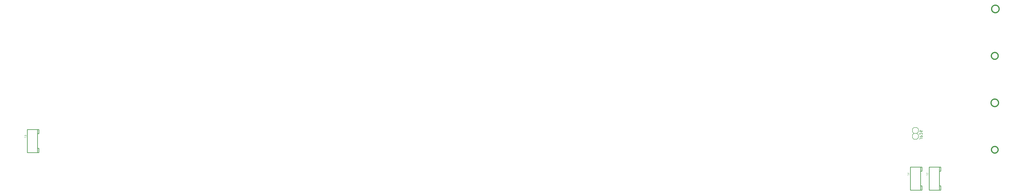
<source format=gbr>
G04 EAGLE Gerber RS-274X export*
G75*
%MOMM*%
%FSLAX34Y34*%
%LPD*%
%INSilkscreen Bottom*%
%IPPOS*%
%AMOC8*
5,1,8,0,0,1.08239X$1,22.5*%
G01*
%ADD10C,0.508000*%
%ADD11C,0.127000*%
%ADD12C,0.254000*%
%ADD13C,0.101600*%
%ADD14C,0.152400*%


D10*
X4217916Y797560D02*
X4217921Y797959D01*
X4217936Y798358D01*
X4217960Y798756D01*
X4217994Y799154D01*
X4218038Y799551D01*
X4218092Y799946D01*
X4218155Y800341D01*
X4218229Y800733D01*
X4218311Y801123D01*
X4218403Y801512D01*
X4218505Y801898D01*
X4218616Y802281D01*
X4218737Y802662D01*
X4218867Y803039D01*
X4219006Y803413D01*
X4219154Y803784D01*
X4219311Y804151D01*
X4219478Y804514D01*
X4219653Y804872D01*
X4219836Y805227D01*
X4220029Y805576D01*
X4220230Y805921D01*
X4220439Y806261D01*
X4220657Y806596D01*
X4220883Y806925D01*
X4221117Y807248D01*
X4221358Y807566D01*
X4221608Y807878D01*
X4221865Y808183D01*
X4222129Y808482D01*
X4222401Y808775D01*
X4222680Y809060D01*
X4222965Y809339D01*
X4223258Y809611D01*
X4223557Y809875D01*
X4223862Y810132D01*
X4224174Y810382D01*
X4224492Y810623D01*
X4224815Y810857D01*
X4225144Y811083D01*
X4225479Y811301D01*
X4225819Y811510D01*
X4226164Y811711D01*
X4226513Y811904D01*
X4226868Y812087D01*
X4227226Y812262D01*
X4227589Y812429D01*
X4227956Y812586D01*
X4228327Y812734D01*
X4228701Y812873D01*
X4229078Y813003D01*
X4229459Y813124D01*
X4229842Y813235D01*
X4230228Y813337D01*
X4230617Y813429D01*
X4231007Y813511D01*
X4231399Y813585D01*
X4231794Y813648D01*
X4232189Y813702D01*
X4232586Y813746D01*
X4232984Y813780D01*
X4233382Y813804D01*
X4233781Y813819D01*
X4234180Y813824D01*
X4234579Y813819D01*
X4234978Y813804D01*
X4235376Y813780D01*
X4235774Y813746D01*
X4236171Y813702D01*
X4236566Y813648D01*
X4236961Y813585D01*
X4237353Y813511D01*
X4237743Y813429D01*
X4238132Y813337D01*
X4238518Y813235D01*
X4238901Y813124D01*
X4239282Y813003D01*
X4239659Y812873D01*
X4240033Y812734D01*
X4240404Y812586D01*
X4240771Y812429D01*
X4241134Y812262D01*
X4241492Y812087D01*
X4241847Y811904D01*
X4242196Y811711D01*
X4242541Y811510D01*
X4242881Y811301D01*
X4243216Y811083D01*
X4243545Y810857D01*
X4243868Y810623D01*
X4244186Y810382D01*
X4244498Y810132D01*
X4244803Y809875D01*
X4245102Y809611D01*
X4245395Y809339D01*
X4245680Y809060D01*
X4245959Y808775D01*
X4246231Y808482D01*
X4246495Y808183D01*
X4246752Y807878D01*
X4247002Y807566D01*
X4247243Y807248D01*
X4247477Y806925D01*
X4247703Y806596D01*
X4247921Y806261D01*
X4248130Y805921D01*
X4248331Y805576D01*
X4248524Y805227D01*
X4248707Y804872D01*
X4248882Y804514D01*
X4249049Y804151D01*
X4249206Y803784D01*
X4249354Y803413D01*
X4249493Y803039D01*
X4249623Y802662D01*
X4249744Y802281D01*
X4249855Y801898D01*
X4249957Y801512D01*
X4250049Y801123D01*
X4250131Y800733D01*
X4250205Y800341D01*
X4250268Y799946D01*
X4250322Y799551D01*
X4250366Y799154D01*
X4250400Y798756D01*
X4250424Y798358D01*
X4250439Y797959D01*
X4250444Y797560D01*
X4250439Y797161D01*
X4250424Y796762D01*
X4250400Y796364D01*
X4250366Y795966D01*
X4250322Y795569D01*
X4250268Y795174D01*
X4250205Y794779D01*
X4250131Y794387D01*
X4250049Y793997D01*
X4249957Y793608D01*
X4249855Y793222D01*
X4249744Y792839D01*
X4249623Y792458D01*
X4249493Y792081D01*
X4249354Y791707D01*
X4249206Y791336D01*
X4249049Y790969D01*
X4248882Y790606D01*
X4248707Y790248D01*
X4248524Y789893D01*
X4248331Y789544D01*
X4248130Y789199D01*
X4247921Y788859D01*
X4247703Y788524D01*
X4247477Y788195D01*
X4247243Y787872D01*
X4247002Y787554D01*
X4246752Y787242D01*
X4246495Y786937D01*
X4246231Y786638D01*
X4245959Y786345D01*
X4245680Y786060D01*
X4245395Y785781D01*
X4245102Y785509D01*
X4244803Y785245D01*
X4244498Y784988D01*
X4244186Y784738D01*
X4243868Y784497D01*
X4243545Y784263D01*
X4243216Y784037D01*
X4242881Y783819D01*
X4242541Y783610D01*
X4242196Y783409D01*
X4241847Y783216D01*
X4241492Y783033D01*
X4241134Y782858D01*
X4240771Y782691D01*
X4240404Y782534D01*
X4240033Y782386D01*
X4239659Y782247D01*
X4239282Y782117D01*
X4238901Y781996D01*
X4238518Y781885D01*
X4238132Y781783D01*
X4237743Y781691D01*
X4237353Y781609D01*
X4236961Y781535D01*
X4236566Y781472D01*
X4236171Y781418D01*
X4235774Y781374D01*
X4235376Y781340D01*
X4234978Y781316D01*
X4234579Y781301D01*
X4234180Y781296D01*
X4233781Y781301D01*
X4233382Y781316D01*
X4232984Y781340D01*
X4232586Y781374D01*
X4232189Y781418D01*
X4231794Y781472D01*
X4231399Y781535D01*
X4231007Y781609D01*
X4230617Y781691D01*
X4230228Y781783D01*
X4229842Y781885D01*
X4229459Y781996D01*
X4229078Y782117D01*
X4228701Y782247D01*
X4228327Y782386D01*
X4227956Y782534D01*
X4227589Y782691D01*
X4227226Y782858D01*
X4226868Y783033D01*
X4226513Y783216D01*
X4226164Y783409D01*
X4225819Y783610D01*
X4225479Y783819D01*
X4225144Y784037D01*
X4224815Y784263D01*
X4224492Y784497D01*
X4224174Y784738D01*
X4223862Y784988D01*
X4223557Y785245D01*
X4223258Y785509D01*
X4222965Y785781D01*
X4222680Y786060D01*
X4222401Y786345D01*
X4222129Y786638D01*
X4221865Y786937D01*
X4221608Y787242D01*
X4221358Y787554D01*
X4221117Y787872D01*
X4220883Y788195D01*
X4220657Y788524D01*
X4220439Y788859D01*
X4220230Y789199D01*
X4220029Y789544D01*
X4219836Y789893D01*
X4219653Y790248D01*
X4219478Y790606D01*
X4219311Y790969D01*
X4219154Y791336D01*
X4219006Y791707D01*
X4218867Y792081D01*
X4218737Y792458D01*
X4218616Y792839D01*
X4218505Y793222D01*
X4218403Y793608D01*
X4218311Y793997D01*
X4218229Y794387D01*
X4218155Y794779D01*
X4218092Y795174D01*
X4218038Y795569D01*
X4217994Y795966D01*
X4217960Y796364D01*
X4217936Y796762D01*
X4217921Y797161D01*
X4217916Y797560D01*
X4216829Y594360D02*
X4216833Y594723D01*
X4216847Y595087D01*
X4216869Y595450D01*
X4216900Y595812D01*
X4216940Y596173D01*
X4216989Y596533D01*
X4217047Y596892D01*
X4217114Y597249D01*
X4217189Y597605D01*
X4217273Y597959D01*
X4217366Y598310D01*
X4217467Y598659D01*
X4217577Y599006D01*
X4217695Y599350D01*
X4217821Y599690D01*
X4217956Y600028D01*
X4218100Y600362D01*
X4218251Y600693D01*
X4218410Y601019D01*
X4218578Y601342D01*
X4218753Y601660D01*
X4218936Y601974D01*
X4219127Y602284D01*
X4219325Y602589D01*
X4219531Y602888D01*
X4219744Y603183D01*
X4219964Y603472D01*
X4220191Y603756D01*
X4220425Y604034D01*
X4220666Y604306D01*
X4220913Y604573D01*
X4221167Y604833D01*
X4221427Y605087D01*
X4221694Y605334D01*
X4221966Y605575D01*
X4222244Y605809D01*
X4222528Y606036D01*
X4222817Y606256D01*
X4223112Y606469D01*
X4223411Y606675D01*
X4223716Y606873D01*
X4224026Y607064D01*
X4224340Y607247D01*
X4224658Y607422D01*
X4224981Y607590D01*
X4225307Y607749D01*
X4225638Y607900D01*
X4225972Y608044D01*
X4226310Y608179D01*
X4226650Y608305D01*
X4226994Y608423D01*
X4227341Y608533D01*
X4227690Y608634D01*
X4228041Y608727D01*
X4228395Y608811D01*
X4228751Y608886D01*
X4229108Y608953D01*
X4229467Y609011D01*
X4229827Y609060D01*
X4230188Y609100D01*
X4230550Y609131D01*
X4230913Y609153D01*
X4231277Y609167D01*
X4231640Y609171D01*
X4232003Y609167D01*
X4232367Y609153D01*
X4232730Y609131D01*
X4233092Y609100D01*
X4233453Y609060D01*
X4233813Y609011D01*
X4234172Y608953D01*
X4234529Y608886D01*
X4234885Y608811D01*
X4235239Y608727D01*
X4235590Y608634D01*
X4235939Y608533D01*
X4236286Y608423D01*
X4236630Y608305D01*
X4236970Y608179D01*
X4237308Y608044D01*
X4237642Y607900D01*
X4237973Y607749D01*
X4238299Y607590D01*
X4238622Y607422D01*
X4238940Y607247D01*
X4239254Y607064D01*
X4239564Y606873D01*
X4239869Y606675D01*
X4240168Y606469D01*
X4240463Y606256D01*
X4240752Y606036D01*
X4241036Y605809D01*
X4241314Y605575D01*
X4241586Y605334D01*
X4241853Y605087D01*
X4242113Y604833D01*
X4242367Y604573D01*
X4242614Y604306D01*
X4242855Y604034D01*
X4243089Y603756D01*
X4243316Y603472D01*
X4243536Y603183D01*
X4243749Y602888D01*
X4243955Y602589D01*
X4244153Y602284D01*
X4244344Y601974D01*
X4244527Y601660D01*
X4244702Y601342D01*
X4244870Y601019D01*
X4245029Y600693D01*
X4245180Y600362D01*
X4245324Y600028D01*
X4245459Y599690D01*
X4245585Y599350D01*
X4245703Y599006D01*
X4245813Y598659D01*
X4245914Y598310D01*
X4246007Y597959D01*
X4246091Y597605D01*
X4246166Y597249D01*
X4246233Y596892D01*
X4246291Y596533D01*
X4246340Y596173D01*
X4246380Y595812D01*
X4246411Y595450D01*
X4246433Y595087D01*
X4246447Y594723D01*
X4246451Y594360D01*
X4246447Y593997D01*
X4246433Y593633D01*
X4246411Y593270D01*
X4246380Y592908D01*
X4246340Y592547D01*
X4246291Y592187D01*
X4246233Y591828D01*
X4246166Y591471D01*
X4246091Y591115D01*
X4246007Y590761D01*
X4245914Y590410D01*
X4245813Y590061D01*
X4245703Y589714D01*
X4245585Y589370D01*
X4245459Y589030D01*
X4245324Y588692D01*
X4245180Y588358D01*
X4245029Y588027D01*
X4244870Y587701D01*
X4244702Y587378D01*
X4244527Y587060D01*
X4244344Y586746D01*
X4244153Y586436D01*
X4243955Y586131D01*
X4243749Y585832D01*
X4243536Y585537D01*
X4243316Y585248D01*
X4243089Y584964D01*
X4242855Y584686D01*
X4242614Y584414D01*
X4242367Y584147D01*
X4242113Y583887D01*
X4241853Y583633D01*
X4241586Y583386D01*
X4241314Y583145D01*
X4241036Y582911D01*
X4240752Y582684D01*
X4240463Y582464D01*
X4240168Y582251D01*
X4239869Y582045D01*
X4239564Y581847D01*
X4239254Y581656D01*
X4238940Y581473D01*
X4238622Y581298D01*
X4238299Y581130D01*
X4237973Y580971D01*
X4237642Y580820D01*
X4237308Y580676D01*
X4236970Y580541D01*
X4236630Y580415D01*
X4236286Y580297D01*
X4235939Y580187D01*
X4235590Y580086D01*
X4235239Y579993D01*
X4234885Y579909D01*
X4234529Y579834D01*
X4234172Y579767D01*
X4233813Y579709D01*
X4233453Y579660D01*
X4233092Y579620D01*
X4232730Y579589D01*
X4232367Y579567D01*
X4232003Y579553D01*
X4231640Y579549D01*
X4231277Y579553D01*
X4230913Y579567D01*
X4230550Y579589D01*
X4230188Y579620D01*
X4229827Y579660D01*
X4229467Y579709D01*
X4229108Y579767D01*
X4228751Y579834D01*
X4228395Y579909D01*
X4228041Y579993D01*
X4227690Y580086D01*
X4227341Y580187D01*
X4226994Y580297D01*
X4226650Y580415D01*
X4226310Y580541D01*
X4225972Y580676D01*
X4225638Y580820D01*
X4225307Y580971D01*
X4224981Y581130D01*
X4224658Y581298D01*
X4224340Y581473D01*
X4224026Y581656D01*
X4223716Y581847D01*
X4223411Y582045D01*
X4223112Y582251D01*
X4222817Y582464D01*
X4222528Y582684D01*
X4222244Y582911D01*
X4221966Y583145D01*
X4221694Y583386D01*
X4221427Y583633D01*
X4221167Y583887D01*
X4220913Y584147D01*
X4220666Y584414D01*
X4220425Y584686D01*
X4220191Y584964D01*
X4219964Y585248D01*
X4219744Y585537D01*
X4219531Y585832D01*
X4219325Y586131D01*
X4219127Y586436D01*
X4218936Y586746D01*
X4218753Y587060D01*
X4218578Y587378D01*
X4218410Y587701D01*
X4218251Y588027D01*
X4218100Y588358D01*
X4217956Y588692D01*
X4217821Y589030D01*
X4217695Y589370D01*
X4217577Y589714D01*
X4217467Y590061D01*
X4217366Y590410D01*
X4217273Y590761D01*
X4217189Y591115D01*
X4217114Y591471D01*
X4217047Y591828D01*
X4216989Y592187D01*
X4216940Y592547D01*
X4216900Y592908D01*
X4216869Y593270D01*
X4216847Y593633D01*
X4216833Y593997D01*
X4216829Y594360D01*
X4215376Y391160D02*
X4215381Y391559D01*
X4215396Y391958D01*
X4215420Y392356D01*
X4215454Y392754D01*
X4215498Y393151D01*
X4215552Y393546D01*
X4215615Y393941D01*
X4215689Y394333D01*
X4215771Y394723D01*
X4215863Y395112D01*
X4215965Y395498D01*
X4216076Y395881D01*
X4216197Y396262D01*
X4216327Y396639D01*
X4216466Y397013D01*
X4216614Y397384D01*
X4216771Y397751D01*
X4216938Y398114D01*
X4217113Y398472D01*
X4217296Y398827D01*
X4217489Y399176D01*
X4217690Y399521D01*
X4217899Y399861D01*
X4218117Y400196D01*
X4218343Y400525D01*
X4218577Y400848D01*
X4218818Y401166D01*
X4219068Y401478D01*
X4219325Y401783D01*
X4219589Y402082D01*
X4219861Y402375D01*
X4220140Y402660D01*
X4220425Y402939D01*
X4220718Y403211D01*
X4221017Y403475D01*
X4221322Y403732D01*
X4221634Y403982D01*
X4221952Y404223D01*
X4222275Y404457D01*
X4222604Y404683D01*
X4222939Y404901D01*
X4223279Y405110D01*
X4223624Y405311D01*
X4223973Y405504D01*
X4224328Y405687D01*
X4224686Y405862D01*
X4225049Y406029D01*
X4225416Y406186D01*
X4225787Y406334D01*
X4226161Y406473D01*
X4226538Y406603D01*
X4226919Y406724D01*
X4227302Y406835D01*
X4227688Y406937D01*
X4228077Y407029D01*
X4228467Y407111D01*
X4228859Y407185D01*
X4229254Y407248D01*
X4229649Y407302D01*
X4230046Y407346D01*
X4230444Y407380D01*
X4230842Y407404D01*
X4231241Y407419D01*
X4231640Y407424D01*
X4232039Y407419D01*
X4232438Y407404D01*
X4232836Y407380D01*
X4233234Y407346D01*
X4233631Y407302D01*
X4234026Y407248D01*
X4234421Y407185D01*
X4234813Y407111D01*
X4235203Y407029D01*
X4235592Y406937D01*
X4235978Y406835D01*
X4236361Y406724D01*
X4236742Y406603D01*
X4237119Y406473D01*
X4237493Y406334D01*
X4237864Y406186D01*
X4238231Y406029D01*
X4238594Y405862D01*
X4238952Y405687D01*
X4239307Y405504D01*
X4239656Y405311D01*
X4240001Y405110D01*
X4240341Y404901D01*
X4240676Y404683D01*
X4241005Y404457D01*
X4241328Y404223D01*
X4241646Y403982D01*
X4241958Y403732D01*
X4242263Y403475D01*
X4242562Y403211D01*
X4242855Y402939D01*
X4243140Y402660D01*
X4243419Y402375D01*
X4243691Y402082D01*
X4243955Y401783D01*
X4244212Y401478D01*
X4244462Y401166D01*
X4244703Y400848D01*
X4244937Y400525D01*
X4245163Y400196D01*
X4245381Y399861D01*
X4245590Y399521D01*
X4245791Y399176D01*
X4245984Y398827D01*
X4246167Y398472D01*
X4246342Y398114D01*
X4246509Y397751D01*
X4246666Y397384D01*
X4246814Y397013D01*
X4246953Y396639D01*
X4247083Y396262D01*
X4247204Y395881D01*
X4247315Y395498D01*
X4247417Y395112D01*
X4247509Y394723D01*
X4247591Y394333D01*
X4247665Y393941D01*
X4247728Y393546D01*
X4247782Y393151D01*
X4247826Y392754D01*
X4247860Y392356D01*
X4247884Y391958D01*
X4247899Y391559D01*
X4247904Y391160D01*
X4247899Y390761D01*
X4247884Y390362D01*
X4247860Y389964D01*
X4247826Y389566D01*
X4247782Y389169D01*
X4247728Y388774D01*
X4247665Y388379D01*
X4247591Y387987D01*
X4247509Y387597D01*
X4247417Y387208D01*
X4247315Y386822D01*
X4247204Y386439D01*
X4247083Y386058D01*
X4246953Y385681D01*
X4246814Y385307D01*
X4246666Y384936D01*
X4246509Y384569D01*
X4246342Y384206D01*
X4246167Y383848D01*
X4245984Y383493D01*
X4245791Y383144D01*
X4245590Y382799D01*
X4245381Y382459D01*
X4245163Y382124D01*
X4244937Y381795D01*
X4244703Y381472D01*
X4244462Y381154D01*
X4244212Y380842D01*
X4243955Y380537D01*
X4243691Y380238D01*
X4243419Y379945D01*
X4243140Y379660D01*
X4242855Y379381D01*
X4242562Y379109D01*
X4242263Y378845D01*
X4241958Y378588D01*
X4241646Y378338D01*
X4241328Y378097D01*
X4241005Y377863D01*
X4240676Y377637D01*
X4240341Y377419D01*
X4240001Y377210D01*
X4239656Y377009D01*
X4239307Y376816D01*
X4238952Y376633D01*
X4238594Y376458D01*
X4238231Y376291D01*
X4237864Y376134D01*
X4237493Y375986D01*
X4237119Y375847D01*
X4236742Y375717D01*
X4236361Y375596D01*
X4235978Y375485D01*
X4235592Y375383D01*
X4235203Y375291D01*
X4234813Y375209D01*
X4234421Y375135D01*
X4234026Y375072D01*
X4233631Y375018D01*
X4233234Y374974D01*
X4232836Y374940D01*
X4232438Y374916D01*
X4232039Y374901D01*
X4231640Y374896D01*
X4231241Y374901D01*
X4230842Y374916D01*
X4230444Y374940D01*
X4230046Y374974D01*
X4229649Y375018D01*
X4229254Y375072D01*
X4228859Y375135D01*
X4228467Y375209D01*
X4228077Y375291D01*
X4227688Y375383D01*
X4227302Y375485D01*
X4226919Y375596D01*
X4226538Y375717D01*
X4226161Y375847D01*
X4225787Y375986D01*
X4225416Y376134D01*
X4225049Y376291D01*
X4224686Y376458D01*
X4224328Y376633D01*
X4223973Y376816D01*
X4223624Y377009D01*
X4223279Y377210D01*
X4222939Y377419D01*
X4222604Y377637D01*
X4222275Y377863D01*
X4221952Y378097D01*
X4221634Y378338D01*
X4221322Y378588D01*
X4221017Y378845D01*
X4220718Y379109D01*
X4220425Y379381D01*
X4220140Y379660D01*
X4219861Y379945D01*
X4219589Y380238D01*
X4219325Y380537D01*
X4219068Y380842D01*
X4218818Y381154D01*
X4218577Y381472D01*
X4218343Y381795D01*
X4218117Y382124D01*
X4217899Y382459D01*
X4217690Y382799D01*
X4217489Y383144D01*
X4217296Y383493D01*
X4217113Y383848D01*
X4216938Y384206D01*
X4216771Y384569D01*
X4216614Y384936D01*
X4216466Y385307D01*
X4216327Y385681D01*
X4216197Y386058D01*
X4216076Y386439D01*
X4215965Y386822D01*
X4215863Y387208D01*
X4215771Y387597D01*
X4215689Y387987D01*
X4215615Y388379D01*
X4215552Y388774D01*
X4215498Y389169D01*
X4215454Y389566D01*
X4215420Y389964D01*
X4215396Y390362D01*
X4215381Y390761D01*
X4215376Y391160D01*
X4217272Y187960D02*
X4217276Y188313D01*
X4217289Y188665D01*
X4217311Y189017D01*
X4217341Y189368D01*
X4217380Y189719D01*
X4217428Y190068D01*
X4217484Y190416D01*
X4217548Y190763D01*
X4217621Y191108D01*
X4217703Y191451D01*
X4217792Y191792D01*
X4217891Y192131D01*
X4217997Y192467D01*
X4218112Y192800D01*
X4218235Y193131D01*
X4218366Y193458D01*
X4218505Y193783D01*
X4218651Y194103D01*
X4218806Y194420D01*
X4218969Y194733D01*
X4219139Y195042D01*
X4219316Y195347D01*
X4219501Y195647D01*
X4219693Y195942D01*
X4219893Y196233D01*
X4220100Y196519D01*
X4220313Y196800D01*
X4220533Y197075D01*
X4220760Y197345D01*
X4220994Y197609D01*
X4221234Y197867D01*
X4221480Y198120D01*
X4221733Y198366D01*
X4221991Y198606D01*
X4222255Y198840D01*
X4222525Y199067D01*
X4222800Y199287D01*
X4223081Y199500D01*
X4223367Y199707D01*
X4223658Y199907D01*
X4223953Y200099D01*
X4224253Y200284D01*
X4224558Y200461D01*
X4224867Y200631D01*
X4225180Y200794D01*
X4225497Y200949D01*
X4225817Y201095D01*
X4226142Y201234D01*
X4226469Y201365D01*
X4226800Y201488D01*
X4227133Y201603D01*
X4227469Y201709D01*
X4227808Y201808D01*
X4228149Y201897D01*
X4228492Y201979D01*
X4228837Y202052D01*
X4229184Y202116D01*
X4229532Y202172D01*
X4229881Y202220D01*
X4230232Y202259D01*
X4230583Y202289D01*
X4230935Y202311D01*
X4231287Y202324D01*
X4231640Y202328D01*
X4231993Y202324D01*
X4232345Y202311D01*
X4232697Y202289D01*
X4233048Y202259D01*
X4233399Y202220D01*
X4233748Y202172D01*
X4234096Y202116D01*
X4234443Y202052D01*
X4234788Y201979D01*
X4235131Y201897D01*
X4235472Y201808D01*
X4235811Y201709D01*
X4236147Y201603D01*
X4236480Y201488D01*
X4236811Y201365D01*
X4237138Y201234D01*
X4237463Y201095D01*
X4237783Y200949D01*
X4238100Y200794D01*
X4238413Y200631D01*
X4238722Y200461D01*
X4239027Y200284D01*
X4239327Y200099D01*
X4239622Y199907D01*
X4239913Y199707D01*
X4240199Y199500D01*
X4240480Y199287D01*
X4240755Y199067D01*
X4241025Y198840D01*
X4241289Y198606D01*
X4241547Y198366D01*
X4241800Y198120D01*
X4242046Y197867D01*
X4242286Y197609D01*
X4242520Y197345D01*
X4242747Y197075D01*
X4242967Y196800D01*
X4243180Y196519D01*
X4243387Y196233D01*
X4243587Y195942D01*
X4243779Y195647D01*
X4243964Y195347D01*
X4244141Y195042D01*
X4244311Y194733D01*
X4244474Y194420D01*
X4244629Y194103D01*
X4244775Y193783D01*
X4244914Y193458D01*
X4245045Y193131D01*
X4245168Y192800D01*
X4245283Y192467D01*
X4245389Y192131D01*
X4245488Y191792D01*
X4245577Y191451D01*
X4245659Y191108D01*
X4245732Y190763D01*
X4245796Y190416D01*
X4245852Y190068D01*
X4245900Y189719D01*
X4245939Y189368D01*
X4245969Y189017D01*
X4245991Y188665D01*
X4246004Y188313D01*
X4246008Y187960D01*
X4246004Y187607D01*
X4245991Y187255D01*
X4245969Y186903D01*
X4245939Y186552D01*
X4245900Y186201D01*
X4245852Y185852D01*
X4245796Y185504D01*
X4245732Y185157D01*
X4245659Y184812D01*
X4245577Y184469D01*
X4245488Y184128D01*
X4245389Y183789D01*
X4245283Y183453D01*
X4245168Y183120D01*
X4245045Y182789D01*
X4244914Y182462D01*
X4244775Y182137D01*
X4244629Y181817D01*
X4244474Y181500D01*
X4244311Y181187D01*
X4244141Y180878D01*
X4243964Y180573D01*
X4243779Y180273D01*
X4243587Y179978D01*
X4243387Y179687D01*
X4243180Y179401D01*
X4242967Y179120D01*
X4242747Y178845D01*
X4242520Y178575D01*
X4242286Y178311D01*
X4242046Y178053D01*
X4241800Y177800D01*
X4241547Y177554D01*
X4241289Y177314D01*
X4241025Y177080D01*
X4240755Y176853D01*
X4240480Y176633D01*
X4240199Y176420D01*
X4239913Y176213D01*
X4239622Y176013D01*
X4239327Y175821D01*
X4239027Y175636D01*
X4238722Y175459D01*
X4238413Y175289D01*
X4238100Y175126D01*
X4237783Y174971D01*
X4237463Y174825D01*
X4237138Y174686D01*
X4236811Y174555D01*
X4236480Y174432D01*
X4236147Y174317D01*
X4235811Y174211D01*
X4235472Y174112D01*
X4235131Y174023D01*
X4234788Y173941D01*
X4234443Y173868D01*
X4234096Y173804D01*
X4233748Y173748D01*
X4233399Y173700D01*
X4233048Y173661D01*
X4232697Y173631D01*
X4232345Y173609D01*
X4231993Y173596D01*
X4231640Y173592D01*
X4231287Y173596D01*
X4230935Y173609D01*
X4230583Y173631D01*
X4230232Y173661D01*
X4229881Y173700D01*
X4229532Y173748D01*
X4229184Y173804D01*
X4228837Y173868D01*
X4228492Y173941D01*
X4228149Y174023D01*
X4227808Y174112D01*
X4227469Y174211D01*
X4227133Y174317D01*
X4226800Y174432D01*
X4226469Y174555D01*
X4226142Y174686D01*
X4225817Y174825D01*
X4225497Y174971D01*
X4225180Y175126D01*
X4224867Y175289D01*
X4224558Y175459D01*
X4224253Y175636D01*
X4223953Y175821D01*
X4223658Y176013D01*
X4223367Y176213D01*
X4223081Y176420D01*
X4222800Y176633D01*
X4222525Y176853D01*
X4222255Y177080D01*
X4221991Y177314D01*
X4221733Y177554D01*
X4221480Y177800D01*
X4221234Y178053D01*
X4220994Y178311D01*
X4220760Y178575D01*
X4220533Y178845D01*
X4220313Y179120D01*
X4220100Y179401D01*
X4219893Y179687D01*
X4219693Y179978D01*
X4219501Y180273D01*
X4219316Y180573D01*
X4219139Y180878D01*
X4218969Y181187D01*
X4218806Y181500D01*
X4218651Y181817D01*
X4218505Y182137D01*
X4218366Y182462D01*
X4218235Y182789D01*
X4218112Y183120D01*
X4217997Y183453D01*
X4217891Y183789D01*
X4217792Y184128D01*
X4217703Y184469D01*
X4217621Y184812D01*
X4217548Y185157D01*
X4217484Y185504D01*
X4217428Y185852D01*
X4217380Y186201D01*
X4217341Y186552D01*
X4217311Y186903D01*
X4217289Y187255D01*
X4217276Y187607D01*
X4217272Y187960D01*
D11*
X3980020Y113500D02*
X3960020Y113500D01*
D12*
X3955020Y13500D02*
X3985020Y13500D01*
X3992020Y113500D02*
X3948020Y113500D01*
X3992020Y113500D02*
X3992020Y95500D01*
X3992020Y31500D02*
X3992020Y13500D01*
X3948020Y13500D01*
X3948020Y113500D01*
X3992020Y113500D02*
X3998020Y113500D01*
X3998020Y95500D01*
X3992020Y95500D01*
X3992020Y31500D01*
X3998020Y31500D01*
X3998020Y13500D01*
X3992020Y13500D01*
D13*
X3944112Y80164D02*
X3937988Y80164D01*
X3937907Y80162D01*
X3937827Y80157D01*
X3937746Y80147D01*
X3937666Y80134D01*
X3937587Y80118D01*
X3937509Y80097D01*
X3937432Y80073D01*
X3937356Y80046D01*
X3937281Y80015D01*
X3937208Y79981D01*
X3937136Y79943D01*
X3937067Y79902D01*
X3936999Y79858D01*
X3936933Y79811D01*
X3936870Y79760D01*
X3936809Y79707D01*
X3936751Y79651D01*
X3936695Y79593D01*
X3936642Y79532D01*
X3936591Y79469D01*
X3936544Y79403D01*
X3936500Y79335D01*
X3936459Y79266D01*
X3936421Y79194D01*
X3936387Y79121D01*
X3936356Y79046D01*
X3936329Y78970D01*
X3936305Y78893D01*
X3936284Y78815D01*
X3936268Y78736D01*
X3936255Y78656D01*
X3936245Y78575D01*
X3936240Y78495D01*
X3936238Y78414D01*
X3936238Y77539D01*
X3942362Y84018D02*
X3944112Y86205D01*
X3936238Y86205D01*
X3936238Y84018D02*
X3936238Y88392D01*
D11*
X83660Y276060D02*
X63660Y276060D01*
D12*
X58660Y176060D02*
X88660Y176060D01*
X95660Y276060D02*
X51660Y276060D01*
X95660Y276060D02*
X95660Y258060D01*
X95660Y194060D02*
X95660Y176060D01*
X51660Y176060D01*
X51660Y276060D01*
X95660Y276060D02*
X101660Y276060D01*
X101660Y258060D01*
X95660Y258060D01*
X95660Y194060D01*
X101660Y194060D01*
X101660Y176060D01*
X95660Y176060D01*
D13*
X47752Y242724D02*
X41628Y242724D01*
X41547Y242722D01*
X41467Y242717D01*
X41386Y242707D01*
X41306Y242694D01*
X41227Y242678D01*
X41149Y242657D01*
X41072Y242633D01*
X40996Y242606D01*
X40921Y242575D01*
X40848Y242541D01*
X40776Y242503D01*
X40707Y242462D01*
X40639Y242418D01*
X40573Y242371D01*
X40510Y242320D01*
X40449Y242267D01*
X40391Y242211D01*
X40335Y242153D01*
X40282Y242092D01*
X40231Y242029D01*
X40184Y241963D01*
X40140Y241895D01*
X40099Y241826D01*
X40061Y241754D01*
X40027Y241681D01*
X39996Y241606D01*
X39969Y241530D01*
X39945Y241453D01*
X39924Y241375D01*
X39908Y241296D01*
X39895Y241216D01*
X39885Y241135D01*
X39880Y241055D01*
X39878Y240974D01*
X39878Y240099D01*
X39878Y246578D02*
X39878Y248765D01*
X39880Y248858D01*
X39886Y248950D01*
X39896Y249043D01*
X39909Y249135D01*
X39927Y249226D01*
X39949Y249316D01*
X39974Y249405D01*
X40003Y249494D01*
X40036Y249580D01*
X40072Y249666D01*
X40112Y249750D01*
X40156Y249832D01*
X40203Y249912D01*
X40253Y249990D01*
X40307Y250065D01*
X40363Y250139D01*
X40423Y250210D01*
X40486Y250278D01*
X40552Y250344D01*
X40620Y250407D01*
X40691Y250467D01*
X40765Y250523D01*
X40840Y250577D01*
X40918Y250627D01*
X40998Y250674D01*
X41080Y250718D01*
X41164Y250758D01*
X41250Y250794D01*
X41336Y250827D01*
X41425Y250856D01*
X41514Y250881D01*
X41604Y250903D01*
X41695Y250921D01*
X41787Y250934D01*
X41880Y250944D01*
X41972Y250950D01*
X42065Y250952D01*
X42158Y250950D01*
X42250Y250944D01*
X42343Y250934D01*
X42435Y250921D01*
X42526Y250903D01*
X42616Y250881D01*
X42705Y250856D01*
X42794Y250827D01*
X42880Y250794D01*
X42966Y250758D01*
X43050Y250718D01*
X43132Y250674D01*
X43212Y250627D01*
X43290Y250577D01*
X43365Y250523D01*
X43439Y250467D01*
X43510Y250407D01*
X43578Y250344D01*
X43644Y250278D01*
X43707Y250210D01*
X43767Y250139D01*
X43823Y250065D01*
X43877Y249990D01*
X43927Y249912D01*
X43974Y249832D01*
X44018Y249750D01*
X44058Y249666D01*
X44094Y249580D01*
X44127Y249494D01*
X44156Y249405D01*
X44181Y249316D01*
X44203Y249226D01*
X44221Y249135D01*
X44234Y249043D01*
X44244Y248950D01*
X44250Y248858D01*
X44252Y248765D01*
X47752Y249202D02*
X47752Y246578D01*
X47752Y249202D02*
X47750Y249284D01*
X47744Y249366D01*
X47735Y249447D01*
X47721Y249528D01*
X47704Y249609D01*
X47683Y249688D01*
X47659Y249766D01*
X47630Y249843D01*
X47598Y249919D01*
X47563Y249993D01*
X47524Y250065D01*
X47482Y250136D01*
X47437Y250204D01*
X47388Y250270D01*
X47337Y250334D01*
X47282Y250395D01*
X47225Y250454D01*
X47165Y250510D01*
X47102Y250563D01*
X47037Y250613D01*
X46970Y250660D01*
X46901Y250704D01*
X46829Y250744D01*
X46756Y250781D01*
X46681Y250815D01*
X46605Y250845D01*
X46527Y250871D01*
X46448Y250894D01*
X46369Y250913D01*
X46288Y250928D01*
X46207Y250940D01*
X46125Y250948D01*
X46043Y250952D01*
X45961Y250952D01*
X45879Y250948D01*
X45797Y250940D01*
X45716Y250928D01*
X45635Y250913D01*
X45556Y250894D01*
X45477Y250871D01*
X45399Y250845D01*
X45323Y250815D01*
X45248Y250781D01*
X45175Y250744D01*
X45103Y250704D01*
X45034Y250660D01*
X44967Y250613D01*
X44902Y250563D01*
X44839Y250510D01*
X44779Y250454D01*
X44722Y250395D01*
X44667Y250334D01*
X44616Y250270D01*
X44567Y250204D01*
X44522Y250136D01*
X44480Y250065D01*
X44441Y249993D01*
X44406Y249919D01*
X44374Y249843D01*
X44345Y249766D01*
X44321Y249688D01*
X44300Y249609D01*
X44283Y249528D01*
X44269Y249447D01*
X44260Y249366D01*
X44254Y249284D01*
X44252Y249202D01*
X44252Y247452D01*
D11*
X3878740Y113500D02*
X3898740Y113500D01*
D12*
X3903740Y13500D02*
X3873740Y13500D01*
X3866740Y113500D02*
X3910740Y113500D01*
X3910740Y95500D01*
X3910740Y31500D02*
X3910740Y13500D01*
X3866740Y13500D01*
X3866740Y113500D01*
X3910740Y113500D02*
X3916740Y113500D01*
X3916740Y95500D01*
X3910740Y95500D01*
X3910740Y31500D01*
X3916740Y31500D01*
X3916740Y13500D01*
X3910740Y13500D01*
D13*
X3862832Y80164D02*
X3856708Y80164D01*
X3856627Y80162D01*
X3856547Y80157D01*
X3856466Y80147D01*
X3856386Y80134D01*
X3856307Y80118D01*
X3856229Y80097D01*
X3856152Y80073D01*
X3856076Y80046D01*
X3856001Y80015D01*
X3855928Y79981D01*
X3855856Y79943D01*
X3855787Y79902D01*
X3855719Y79858D01*
X3855653Y79811D01*
X3855590Y79760D01*
X3855529Y79707D01*
X3855471Y79651D01*
X3855415Y79593D01*
X3855362Y79532D01*
X3855311Y79469D01*
X3855264Y79403D01*
X3855220Y79335D01*
X3855179Y79266D01*
X3855141Y79194D01*
X3855107Y79121D01*
X3855076Y79046D01*
X3855049Y78970D01*
X3855025Y78893D01*
X3855004Y78815D01*
X3854988Y78736D01*
X3854975Y78656D01*
X3854965Y78575D01*
X3854960Y78495D01*
X3854958Y78414D01*
X3854958Y77539D01*
X3856708Y84018D02*
X3862832Y85767D01*
X3856708Y84018D02*
X3856708Y88392D01*
X3858458Y87080D02*
X3854958Y87080D01*
D14*
X3901440Y240030D02*
X3901440Y252730D01*
X3895090Y259080D01*
X3882390Y259080D01*
X3876040Y252730D01*
X3882390Y233680D02*
X3895090Y233680D01*
X3901440Y240030D01*
X3882390Y233680D02*
X3876040Y240030D01*
X3876040Y252730D01*
X3895090Y259080D02*
X3901440Y265430D01*
X3901440Y278130D01*
X3895090Y284480D01*
X3882390Y284480D01*
X3876040Y278130D01*
X3876040Y265430D01*
X3882390Y259080D01*
D11*
X3910203Y237363D02*
X3919093Y237363D01*
X3910203Y237363D02*
X3910103Y237361D01*
X3910004Y237355D01*
X3909904Y237345D01*
X3909806Y237332D01*
X3909707Y237314D01*
X3909610Y237293D01*
X3909514Y237268D01*
X3909418Y237239D01*
X3909324Y237206D01*
X3909231Y237170D01*
X3909140Y237130D01*
X3909050Y237086D01*
X3908962Y237039D01*
X3908876Y236989D01*
X3908792Y236935D01*
X3908710Y236878D01*
X3908631Y236818D01*
X3908553Y236754D01*
X3908479Y236688D01*
X3908407Y236619D01*
X3908338Y236547D01*
X3908272Y236473D01*
X3908208Y236395D01*
X3908148Y236316D01*
X3908091Y236234D01*
X3908037Y236150D01*
X3907987Y236064D01*
X3907940Y235976D01*
X3907896Y235886D01*
X3907856Y235795D01*
X3907820Y235702D01*
X3907787Y235608D01*
X3907758Y235512D01*
X3907733Y235416D01*
X3907712Y235319D01*
X3907694Y235220D01*
X3907681Y235122D01*
X3907671Y235022D01*
X3907665Y234923D01*
X3907663Y234823D01*
X3907663Y233553D01*
X3907663Y243343D02*
X3919093Y243343D01*
X3919093Y246518D01*
X3919091Y246629D01*
X3919085Y246739D01*
X3919076Y246850D01*
X3919062Y246960D01*
X3919045Y247069D01*
X3919024Y247178D01*
X3918999Y247286D01*
X3918970Y247393D01*
X3918938Y247499D01*
X3918902Y247604D01*
X3918862Y247707D01*
X3918819Y247809D01*
X3918772Y247910D01*
X3918721Y248009D01*
X3918668Y248106D01*
X3918611Y248200D01*
X3918550Y248293D01*
X3918487Y248384D01*
X3918420Y248473D01*
X3918350Y248559D01*
X3918277Y248642D01*
X3918202Y248724D01*
X3918124Y248802D01*
X3918042Y248877D01*
X3917959Y248950D01*
X3917873Y249020D01*
X3917784Y249087D01*
X3917693Y249150D01*
X3917600Y249211D01*
X3917506Y249268D01*
X3917409Y249321D01*
X3917310Y249372D01*
X3917209Y249419D01*
X3917107Y249462D01*
X3917004Y249502D01*
X3916899Y249538D01*
X3916793Y249570D01*
X3916686Y249599D01*
X3916578Y249624D01*
X3916469Y249645D01*
X3916360Y249662D01*
X3916250Y249676D01*
X3916139Y249685D01*
X3916029Y249691D01*
X3915918Y249693D01*
X3915807Y249691D01*
X3915697Y249685D01*
X3915586Y249676D01*
X3915476Y249662D01*
X3915367Y249645D01*
X3915258Y249624D01*
X3915150Y249599D01*
X3915043Y249570D01*
X3914937Y249538D01*
X3914832Y249502D01*
X3914729Y249462D01*
X3914627Y249419D01*
X3914526Y249372D01*
X3914427Y249321D01*
X3914331Y249268D01*
X3914236Y249211D01*
X3914143Y249150D01*
X3914052Y249087D01*
X3913963Y249020D01*
X3913877Y248950D01*
X3913794Y248877D01*
X3913712Y248802D01*
X3913634Y248724D01*
X3913559Y248642D01*
X3913486Y248559D01*
X3913416Y248473D01*
X3913349Y248384D01*
X3913286Y248293D01*
X3913225Y248200D01*
X3913168Y248106D01*
X3913115Y248009D01*
X3913064Y247910D01*
X3913017Y247809D01*
X3912974Y247707D01*
X3912934Y247604D01*
X3912898Y247499D01*
X3912866Y247393D01*
X3912837Y247286D01*
X3912812Y247178D01*
X3912791Y247069D01*
X3912774Y246960D01*
X3912760Y246850D01*
X3912751Y246739D01*
X3912745Y246629D01*
X3912743Y246518D01*
X3912743Y243343D01*
X3919094Y257694D02*
X3919092Y257798D01*
X3919086Y257903D01*
X3919077Y258007D01*
X3919064Y258110D01*
X3919046Y258213D01*
X3919026Y258315D01*
X3919001Y258417D01*
X3918973Y258517D01*
X3918941Y258617D01*
X3918905Y258715D01*
X3918866Y258812D01*
X3918824Y258907D01*
X3918778Y259001D01*
X3918728Y259093D01*
X3918676Y259183D01*
X3918620Y259271D01*
X3918560Y259357D01*
X3918498Y259441D01*
X3918433Y259522D01*
X3918365Y259601D01*
X3918293Y259678D01*
X3918220Y259751D01*
X3918143Y259823D01*
X3918064Y259891D01*
X3917983Y259956D01*
X3917899Y260018D01*
X3917813Y260078D01*
X3917725Y260134D01*
X3917635Y260186D01*
X3917543Y260236D01*
X3917449Y260282D01*
X3917354Y260324D01*
X3917257Y260363D01*
X3917159Y260399D01*
X3917059Y260431D01*
X3916959Y260459D01*
X3916857Y260484D01*
X3916755Y260504D01*
X3916652Y260522D01*
X3916549Y260535D01*
X3916445Y260544D01*
X3916340Y260550D01*
X3916236Y260552D01*
X3919093Y257694D02*
X3919091Y257576D01*
X3919085Y257457D01*
X3919076Y257339D01*
X3919063Y257222D01*
X3919045Y257105D01*
X3919025Y256988D01*
X3919000Y256872D01*
X3918972Y256757D01*
X3918939Y256644D01*
X3918904Y256531D01*
X3918864Y256419D01*
X3918822Y256309D01*
X3918775Y256200D01*
X3918725Y256092D01*
X3918672Y255987D01*
X3918615Y255883D01*
X3918555Y255781D01*
X3918492Y255681D01*
X3918425Y255583D01*
X3918356Y255487D01*
X3918283Y255394D01*
X3918207Y255303D01*
X3918129Y255214D01*
X3918047Y255128D01*
X3917963Y255045D01*
X3917877Y254964D01*
X3917787Y254887D01*
X3917696Y254812D01*
X3917602Y254740D01*
X3917505Y254671D01*
X3917407Y254606D01*
X3917306Y254543D01*
X3917203Y254484D01*
X3917099Y254428D01*
X3916993Y254376D01*
X3916885Y254327D01*
X3916776Y254282D01*
X3916665Y254240D01*
X3916553Y254202D01*
X3914014Y259600D02*
X3914089Y259676D01*
X3914168Y259751D01*
X3914249Y259822D01*
X3914333Y259891D01*
X3914419Y259956D01*
X3914507Y260018D01*
X3914597Y260078D01*
X3914689Y260134D01*
X3914784Y260187D01*
X3914880Y260236D01*
X3914978Y260282D01*
X3915077Y260325D01*
X3915178Y260364D01*
X3915280Y260399D01*
X3915383Y260431D01*
X3915487Y260459D01*
X3915592Y260484D01*
X3915699Y260505D01*
X3915805Y260522D01*
X3915912Y260535D01*
X3916020Y260544D01*
X3916128Y260550D01*
X3916236Y260552D01*
X3914013Y259599D02*
X3907663Y254202D01*
X3907663Y260552D01*
X3914013Y265632D02*
X3914013Y269442D01*
X3914011Y269542D01*
X3914005Y269641D01*
X3913995Y269741D01*
X3913982Y269839D01*
X3913964Y269938D01*
X3913943Y270035D01*
X3913918Y270131D01*
X3913889Y270227D01*
X3913856Y270321D01*
X3913820Y270414D01*
X3913780Y270505D01*
X3913736Y270595D01*
X3913689Y270683D01*
X3913639Y270769D01*
X3913585Y270853D01*
X3913528Y270935D01*
X3913468Y271014D01*
X3913404Y271092D01*
X3913338Y271166D01*
X3913269Y271238D01*
X3913197Y271307D01*
X3913123Y271373D01*
X3913045Y271437D01*
X3912966Y271497D01*
X3912884Y271554D01*
X3912800Y271608D01*
X3912714Y271658D01*
X3912626Y271705D01*
X3912536Y271749D01*
X3912445Y271789D01*
X3912352Y271825D01*
X3912258Y271858D01*
X3912162Y271887D01*
X3912066Y271912D01*
X3911969Y271933D01*
X3911870Y271951D01*
X3911772Y271964D01*
X3911672Y271974D01*
X3911573Y271980D01*
X3911473Y271982D01*
X3910838Y271982D01*
X3910727Y271980D01*
X3910617Y271974D01*
X3910506Y271965D01*
X3910396Y271951D01*
X3910287Y271934D01*
X3910178Y271913D01*
X3910070Y271888D01*
X3909963Y271859D01*
X3909857Y271827D01*
X3909752Y271791D01*
X3909649Y271751D01*
X3909547Y271708D01*
X3909446Y271661D01*
X3909347Y271610D01*
X3909251Y271557D01*
X3909156Y271500D01*
X3909063Y271439D01*
X3908972Y271376D01*
X3908883Y271309D01*
X3908797Y271239D01*
X3908714Y271166D01*
X3908632Y271091D01*
X3908554Y271013D01*
X3908479Y270931D01*
X3908406Y270848D01*
X3908336Y270762D01*
X3908269Y270673D01*
X3908206Y270582D01*
X3908145Y270489D01*
X3908088Y270395D01*
X3908035Y270298D01*
X3907984Y270199D01*
X3907937Y270098D01*
X3907894Y269996D01*
X3907854Y269893D01*
X3907818Y269788D01*
X3907786Y269682D01*
X3907757Y269575D01*
X3907732Y269467D01*
X3907711Y269358D01*
X3907694Y269249D01*
X3907680Y269139D01*
X3907671Y269028D01*
X3907665Y268918D01*
X3907663Y268807D01*
X3907665Y268696D01*
X3907671Y268586D01*
X3907680Y268475D01*
X3907694Y268365D01*
X3907711Y268256D01*
X3907732Y268147D01*
X3907757Y268039D01*
X3907786Y267932D01*
X3907818Y267826D01*
X3907854Y267721D01*
X3907894Y267618D01*
X3907937Y267516D01*
X3907984Y267415D01*
X3908035Y267316D01*
X3908088Y267220D01*
X3908145Y267125D01*
X3908206Y267032D01*
X3908269Y266941D01*
X3908336Y266852D01*
X3908406Y266766D01*
X3908479Y266683D01*
X3908554Y266601D01*
X3908632Y266523D01*
X3908714Y266448D01*
X3908797Y266375D01*
X3908883Y266305D01*
X3908972Y266238D01*
X3909063Y266175D01*
X3909156Y266114D01*
X3909251Y266057D01*
X3909347Y266004D01*
X3909446Y265953D01*
X3909547Y265906D01*
X3909649Y265863D01*
X3909752Y265823D01*
X3909857Y265787D01*
X3909963Y265755D01*
X3910070Y265726D01*
X3910178Y265701D01*
X3910287Y265680D01*
X3910396Y265663D01*
X3910506Y265649D01*
X3910617Y265640D01*
X3910727Y265634D01*
X3910838Y265632D01*
X3914013Y265632D01*
X3914153Y265634D01*
X3914293Y265640D01*
X3914433Y265649D01*
X3914572Y265663D01*
X3914711Y265680D01*
X3914849Y265701D01*
X3914987Y265726D01*
X3915124Y265755D01*
X3915260Y265787D01*
X3915395Y265824D01*
X3915529Y265864D01*
X3915662Y265907D01*
X3915794Y265955D01*
X3915925Y266005D01*
X3916054Y266060D01*
X3916181Y266118D01*
X3916307Y266179D01*
X3916431Y266244D01*
X3916553Y266313D01*
X3916673Y266384D01*
X3916791Y266459D01*
X3916908Y266537D01*
X3917022Y266619D01*
X3917133Y266703D01*
X3917242Y266791D01*
X3917349Y266881D01*
X3917454Y266975D01*
X3917555Y267071D01*
X3917654Y267170D01*
X3917750Y267271D01*
X3917844Y267376D01*
X3917934Y267483D01*
X3918022Y267592D01*
X3918106Y267703D01*
X3918188Y267817D01*
X3918266Y267934D01*
X3918341Y268052D01*
X3918412Y268172D01*
X3918481Y268294D01*
X3918546Y268418D01*
X3918607Y268544D01*
X3918665Y268671D01*
X3918720Y268800D01*
X3918770Y268931D01*
X3918818Y269063D01*
X3918861Y269196D01*
X3918901Y269330D01*
X3918938Y269465D01*
X3918970Y269601D01*
X3918999Y269738D01*
X3919024Y269876D01*
X3919045Y270014D01*
X3919062Y270153D01*
X3919076Y270292D01*
X3919085Y270432D01*
X3919091Y270572D01*
X3919093Y270712D01*
M02*

</source>
